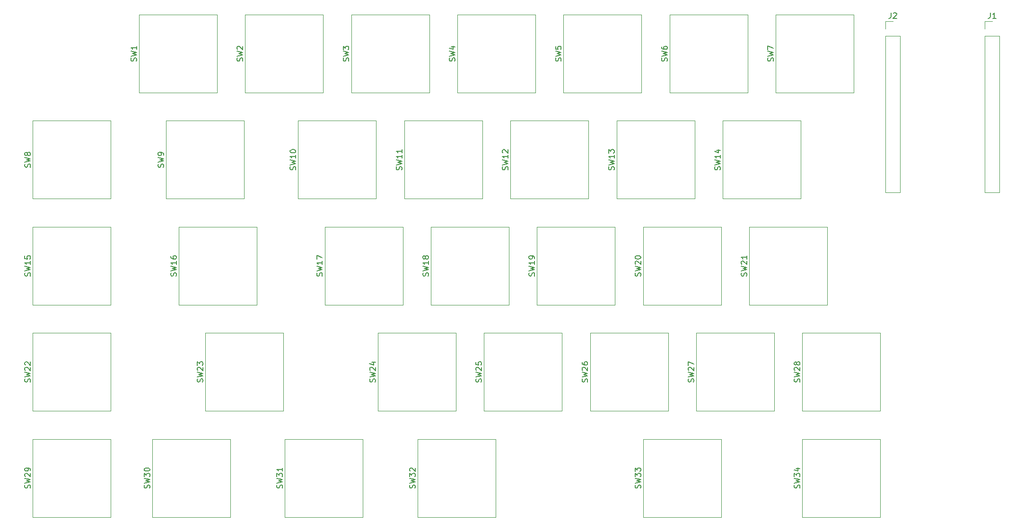
<source format=gbr>
%TF.GenerationSoftware,KiCad,Pcbnew,(6.0.4)*%
%TF.CreationDate,2022-03-31T08:58:10-07:00*%
%TF.ProjectId,hip-factor-3-l,6869702d-6661-4637-946f-722d332d6c2e,rev?*%
%TF.SameCoordinates,Original*%
%TF.FileFunction,Legend,Top*%
%TF.FilePolarity,Positive*%
%FSLAX46Y46*%
G04 Gerber Fmt 4.6, Leading zero omitted, Abs format (unit mm)*
G04 Created by KiCad (PCBNEW (6.0.4)) date 2022-03-31 08:58:10*
%MOMM*%
%LPD*%
G01*
G04 APERTURE LIST*
%ADD10C,0.150000*%
%ADD11C,0.120000*%
G04 APERTURE END LIST*
D10*
%TO.C,SW9*%
X57380761Y-60333333D02*
X57428380Y-60190476D01*
X57428380Y-59952380D01*
X57380761Y-59857142D01*
X57333142Y-59809523D01*
X57237904Y-59761904D01*
X57142666Y-59761904D01*
X57047428Y-59809523D01*
X56999809Y-59857142D01*
X56952190Y-59952380D01*
X56904571Y-60142857D01*
X56856952Y-60238095D01*
X56809333Y-60285714D01*
X56714095Y-60333333D01*
X56618857Y-60333333D01*
X56523619Y-60285714D01*
X56476000Y-60238095D01*
X56428380Y-60142857D01*
X56428380Y-59904761D01*
X56476000Y-59761904D01*
X56428380Y-59428571D02*
X57428380Y-59190476D01*
X56714095Y-59000000D01*
X57428380Y-58809523D01*
X56428380Y-58571428D01*
X57428380Y-58142857D02*
X57428380Y-57952380D01*
X57380761Y-57857142D01*
X57333142Y-57809523D01*
X57190285Y-57714285D01*
X56999809Y-57666666D01*
X56618857Y-57666666D01*
X56523619Y-57714285D01*
X56476000Y-57761904D01*
X56428380Y-57857142D01*
X56428380Y-58047619D01*
X56476000Y-58142857D01*
X56523619Y-58190476D01*
X56618857Y-58238095D01*
X56856952Y-58238095D01*
X56952190Y-58190476D01*
X56999809Y-58142857D01*
X57047428Y-58047619D01*
X57047428Y-57857142D01*
X56999809Y-57761904D01*
X56952190Y-57714285D01*
X56856952Y-57666666D01*
%TO.C,SW25*%
X114280761Y-98809523D02*
X114328380Y-98666666D01*
X114328380Y-98428571D01*
X114280761Y-98333333D01*
X114233142Y-98285714D01*
X114137904Y-98238095D01*
X114042666Y-98238095D01*
X113947428Y-98285714D01*
X113899809Y-98333333D01*
X113852190Y-98428571D01*
X113804571Y-98619047D01*
X113756952Y-98714285D01*
X113709333Y-98761904D01*
X113614095Y-98809523D01*
X113518857Y-98809523D01*
X113423619Y-98761904D01*
X113376000Y-98714285D01*
X113328380Y-98619047D01*
X113328380Y-98380952D01*
X113376000Y-98238095D01*
X113328380Y-97904761D02*
X114328380Y-97666666D01*
X113614095Y-97476190D01*
X114328380Y-97285714D01*
X113328380Y-97047619D01*
X113423619Y-96714285D02*
X113376000Y-96666666D01*
X113328380Y-96571428D01*
X113328380Y-96333333D01*
X113376000Y-96238095D01*
X113423619Y-96190476D01*
X113518857Y-96142857D01*
X113614095Y-96142857D01*
X113756952Y-96190476D01*
X114328380Y-96761904D01*
X114328380Y-96142857D01*
X113328380Y-95238095D02*
X113328380Y-95714285D01*
X113804571Y-95761904D01*
X113756952Y-95714285D01*
X113709333Y-95619047D01*
X113709333Y-95380952D01*
X113756952Y-95285714D01*
X113804571Y-95238095D01*
X113899809Y-95190476D01*
X114137904Y-95190476D01*
X114233142Y-95238095D01*
X114280761Y-95285714D01*
X114328380Y-95380952D01*
X114328380Y-95619047D01*
X114280761Y-95714285D01*
X114233142Y-95761904D01*
%TO.C,SW10*%
X81030761Y-60809523D02*
X81078380Y-60666666D01*
X81078380Y-60428571D01*
X81030761Y-60333333D01*
X80983142Y-60285714D01*
X80887904Y-60238095D01*
X80792666Y-60238095D01*
X80697428Y-60285714D01*
X80649809Y-60333333D01*
X80602190Y-60428571D01*
X80554571Y-60619047D01*
X80506952Y-60714285D01*
X80459333Y-60761904D01*
X80364095Y-60809523D01*
X80268857Y-60809523D01*
X80173619Y-60761904D01*
X80126000Y-60714285D01*
X80078380Y-60619047D01*
X80078380Y-60380952D01*
X80126000Y-60238095D01*
X80078380Y-59904761D02*
X81078380Y-59666666D01*
X80364095Y-59476190D01*
X81078380Y-59285714D01*
X80078380Y-59047619D01*
X81078380Y-58142857D02*
X81078380Y-58714285D01*
X81078380Y-58428571D02*
X80078380Y-58428571D01*
X80221238Y-58523809D01*
X80316476Y-58619047D01*
X80364095Y-58714285D01*
X80078380Y-57523809D02*
X80078380Y-57428571D01*
X80126000Y-57333333D01*
X80173619Y-57285714D01*
X80268857Y-57238095D01*
X80459333Y-57190476D01*
X80697428Y-57190476D01*
X80887904Y-57238095D01*
X80983142Y-57285714D01*
X81030761Y-57333333D01*
X81078380Y-57428571D01*
X81078380Y-57523809D01*
X81030761Y-57619047D01*
X80983142Y-57666666D01*
X80887904Y-57714285D01*
X80697428Y-57761904D01*
X80459333Y-57761904D01*
X80268857Y-57714285D01*
X80173619Y-57666666D01*
X80126000Y-57619047D01*
X80078380Y-57523809D01*
%TO.C,SW13*%
X138030761Y-60809523D02*
X138078380Y-60666666D01*
X138078380Y-60428571D01*
X138030761Y-60333333D01*
X137983142Y-60285714D01*
X137887904Y-60238095D01*
X137792666Y-60238095D01*
X137697428Y-60285714D01*
X137649809Y-60333333D01*
X137602190Y-60428571D01*
X137554571Y-60619047D01*
X137506952Y-60714285D01*
X137459333Y-60761904D01*
X137364095Y-60809523D01*
X137268857Y-60809523D01*
X137173619Y-60761904D01*
X137126000Y-60714285D01*
X137078380Y-60619047D01*
X137078380Y-60380952D01*
X137126000Y-60238095D01*
X137078380Y-59904761D02*
X138078380Y-59666666D01*
X137364095Y-59476190D01*
X138078380Y-59285714D01*
X137078380Y-59047619D01*
X138078380Y-58142857D02*
X138078380Y-58714285D01*
X138078380Y-58428571D02*
X137078380Y-58428571D01*
X137221238Y-58523809D01*
X137316476Y-58619047D01*
X137364095Y-58714285D01*
X137078380Y-57809523D02*
X137078380Y-57190476D01*
X137459333Y-57523809D01*
X137459333Y-57380952D01*
X137506952Y-57285714D01*
X137554571Y-57238095D01*
X137649809Y-57190476D01*
X137887904Y-57190476D01*
X137983142Y-57238095D01*
X138030761Y-57285714D01*
X138078380Y-57380952D01*
X138078380Y-57666666D01*
X138030761Y-57761904D01*
X137983142Y-57809523D01*
%TO.C,SW5*%
X128530761Y-41333333D02*
X128578380Y-41190476D01*
X128578380Y-40952380D01*
X128530761Y-40857142D01*
X128483142Y-40809523D01*
X128387904Y-40761904D01*
X128292666Y-40761904D01*
X128197428Y-40809523D01*
X128149809Y-40857142D01*
X128102190Y-40952380D01*
X128054571Y-41142857D01*
X128006952Y-41238095D01*
X127959333Y-41285714D01*
X127864095Y-41333333D01*
X127768857Y-41333333D01*
X127673619Y-41285714D01*
X127626000Y-41238095D01*
X127578380Y-41142857D01*
X127578380Y-40904761D01*
X127626000Y-40761904D01*
X127578380Y-40428571D02*
X128578380Y-40190476D01*
X127864095Y-40000000D01*
X128578380Y-39809523D01*
X127578380Y-39571428D01*
X127578380Y-38714285D02*
X127578380Y-39190476D01*
X128054571Y-39238095D01*
X128006952Y-39190476D01*
X127959333Y-39095238D01*
X127959333Y-38857142D01*
X128006952Y-38761904D01*
X128054571Y-38714285D01*
X128149809Y-38666666D01*
X128387904Y-38666666D01*
X128483142Y-38714285D01*
X128530761Y-38761904D01*
X128578380Y-38857142D01*
X128578380Y-39095238D01*
X128530761Y-39190476D01*
X128483142Y-39238095D01*
%TO.C,SW34*%
X171280761Y-117809523D02*
X171328380Y-117666666D01*
X171328380Y-117428571D01*
X171280761Y-117333333D01*
X171233142Y-117285714D01*
X171137904Y-117238095D01*
X171042666Y-117238095D01*
X170947428Y-117285714D01*
X170899809Y-117333333D01*
X170852190Y-117428571D01*
X170804571Y-117619047D01*
X170756952Y-117714285D01*
X170709333Y-117761904D01*
X170614095Y-117809523D01*
X170518857Y-117809523D01*
X170423619Y-117761904D01*
X170376000Y-117714285D01*
X170328380Y-117619047D01*
X170328380Y-117380952D01*
X170376000Y-117238095D01*
X170328380Y-116904761D02*
X171328380Y-116666666D01*
X170614095Y-116476190D01*
X171328380Y-116285714D01*
X170328380Y-116047619D01*
X170328380Y-115761904D02*
X170328380Y-115142857D01*
X170709333Y-115476190D01*
X170709333Y-115333333D01*
X170756952Y-115238095D01*
X170804571Y-115190476D01*
X170899809Y-115142857D01*
X171137904Y-115142857D01*
X171233142Y-115190476D01*
X171280761Y-115238095D01*
X171328380Y-115333333D01*
X171328380Y-115619047D01*
X171280761Y-115714285D01*
X171233142Y-115761904D01*
X170661714Y-114285714D02*
X171328380Y-114285714D01*
X170280761Y-114523809D02*
X170995047Y-114761904D01*
X170995047Y-114142857D01*
%TO.C,SW8*%
X33530761Y-60333333D02*
X33578380Y-60190476D01*
X33578380Y-59952380D01*
X33530761Y-59857142D01*
X33483142Y-59809523D01*
X33387904Y-59761904D01*
X33292666Y-59761904D01*
X33197428Y-59809523D01*
X33149809Y-59857142D01*
X33102190Y-59952380D01*
X33054571Y-60142857D01*
X33006952Y-60238095D01*
X32959333Y-60285714D01*
X32864095Y-60333333D01*
X32768857Y-60333333D01*
X32673619Y-60285714D01*
X32626000Y-60238095D01*
X32578380Y-60142857D01*
X32578380Y-59904761D01*
X32626000Y-59761904D01*
X32578380Y-59428571D02*
X33578380Y-59190476D01*
X32864095Y-59000000D01*
X33578380Y-58809523D01*
X32578380Y-58571428D01*
X33006952Y-58047619D02*
X32959333Y-58142857D01*
X32911714Y-58190476D01*
X32816476Y-58238095D01*
X32768857Y-58238095D01*
X32673619Y-58190476D01*
X32626000Y-58142857D01*
X32578380Y-58047619D01*
X32578380Y-57857142D01*
X32626000Y-57761904D01*
X32673619Y-57714285D01*
X32768857Y-57666666D01*
X32816476Y-57666666D01*
X32911714Y-57714285D01*
X32959333Y-57761904D01*
X33006952Y-57857142D01*
X33006952Y-58047619D01*
X33054571Y-58142857D01*
X33102190Y-58190476D01*
X33197428Y-58238095D01*
X33387904Y-58238095D01*
X33483142Y-58190476D01*
X33530761Y-58142857D01*
X33578380Y-58047619D01*
X33578380Y-57857142D01*
X33530761Y-57761904D01*
X33483142Y-57714285D01*
X33387904Y-57666666D01*
X33197428Y-57666666D01*
X33102190Y-57714285D01*
X33054571Y-57761904D01*
X33006952Y-57857142D01*
%TO.C,SW18*%
X104780761Y-79809523D02*
X104828380Y-79666666D01*
X104828380Y-79428571D01*
X104780761Y-79333333D01*
X104733142Y-79285714D01*
X104637904Y-79238095D01*
X104542666Y-79238095D01*
X104447428Y-79285714D01*
X104399809Y-79333333D01*
X104352190Y-79428571D01*
X104304571Y-79619047D01*
X104256952Y-79714285D01*
X104209333Y-79761904D01*
X104114095Y-79809523D01*
X104018857Y-79809523D01*
X103923619Y-79761904D01*
X103876000Y-79714285D01*
X103828380Y-79619047D01*
X103828380Y-79380952D01*
X103876000Y-79238095D01*
X103828380Y-78904761D02*
X104828380Y-78666666D01*
X104114095Y-78476190D01*
X104828380Y-78285714D01*
X103828380Y-78047619D01*
X104828380Y-77142857D02*
X104828380Y-77714285D01*
X104828380Y-77428571D02*
X103828380Y-77428571D01*
X103971238Y-77523809D01*
X104066476Y-77619047D01*
X104114095Y-77714285D01*
X104256952Y-76571428D02*
X104209333Y-76666666D01*
X104161714Y-76714285D01*
X104066476Y-76761904D01*
X104018857Y-76761904D01*
X103923619Y-76714285D01*
X103876000Y-76666666D01*
X103828380Y-76571428D01*
X103828380Y-76380952D01*
X103876000Y-76285714D01*
X103923619Y-76238095D01*
X104018857Y-76190476D01*
X104066476Y-76190476D01*
X104161714Y-76238095D01*
X104209333Y-76285714D01*
X104256952Y-76380952D01*
X104256952Y-76571428D01*
X104304571Y-76666666D01*
X104352190Y-76714285D01*
X104447428Y-76761904D01*
X104637904Y-76761904D01*
X104733142Y-76714285D01*
X104780761Y-76666666D01*
X104828380Y-76571428D01*
X104828380Y-76380952D01*
X104780761Y-76285714D01*
X104733142Y-76238095D01*
X104637904Y-76190476D01*
X104447428Y-76190476D01*
X104352190Y-76238095D01*
X104304571Y-76285714D01*
X104256952Y-76380952D01*
%TO.C,SW32*%
X102405761Y-117809523D02*
X102453380Y-117666666D01*
X102453380Y-117428571D01*
X102405761Y-117333333D01*
X102358142Y-117285714D01*
X102262904Y-117238095D01*
X102167666Y-117238095D01*
X102072428Y-117285714D01*
X102024809Y-117333333D01*
X101977190Y-117428571D01*
X101929571Y-117619047D01*
X101881952Y-117714285D01*
X101834333Y-117761904D01*
X101739095Y-117809523D01*
X101643857Y-117809523D01*
X101548619Y-117761904D01*
X101501000Y-117714285D01*
X101453380Y-117619047D01*
X101453380Y-117380952D01*
X101501000Y-117238095D01*
X101453380Y-116904761D02*
X102453380Y-116666666D01*
X101739095Y-116476190D01*
X102453380Y-116285714D01*
X101453380Y-116047619D01*
X101453380Y-115761904D02*
X101453380Y-115142857D01*
X101834333Y-115476190D01*
X101834333Y-115333333D01*
X101881952Y-115238095D01*
X101929571Y-115190476D01*
X102024809Y-115142857D01*
X102262904Y-115142857D01*
X102358142Y-115190476D01*
X102405761Y-115238095D01*
X102453380Y-115333333D01*
X102453380Y-115619047D01*
X102405761Y-115714285D01*
X102358142Y-115761904D01*
X101548619Y-114761904D02*
X101501000Y-114714285D01*
X101453380Y-114619047D01*
X101453380Y-114380952D01*
X101501000Y-114285714D01*
X101548619Y-114238095D01*
X101643857Y-114190476D01*
X101739095Y-114190476D01*
X101881952Y-114238095D01*
X102453380Y-114809523D01*
X102453380Y-114190476D01*
%TO.C,SW27*%
X152280761Y-98809523D02*
X152328380Y-98666666D01*
X152328380Y-98428571D01*
X152280761Y-98333333D01*
X152233142Y-98285714D01*
X152137904Y-98238095D01*
X152042666Y-98238095D01*
X151947428Y-98285714D01*
X151899809Y-98333333D01*
X151852190Y-98428571D01*
X151804571Y-98619047D01*
X151756952Y-98714285D01*
X151709333Y-98761904D01*
X151614095Y-98809523D01*
X151518857Y-98809523D01*
X151423619Y-98761904D01*
X151376000Y-98714285D01*
X151328380Y-98619047D01*
X151328380Y-98380952D01*
X151376000Y-98238095D01*
X151328380Y-97904761D02*
X152328380Y-97666666D01*
X151614095Y-97476190D01*
X152328380Y-97285714D01*
X151328380Y-97047619D01*
X151423619Y-96714285D02*
X151376000Y-96666666D01*
X151328380Y-96571428D01*
X151328380Y-96333333D01*
X151376000Y-96238095D01*
X151423619Y-96190476D01*
X151518857Y-96142857D01*
X151614095Y-96142857D01*
X151756952Y-96190476D01*
X152328380Y-96761904D01*
X152328380Y-96142857D01*
X151328380Y-95809523D02*
X151328380Y-95142857D01*
X152328380Y-95571428D01*
%TO.C,SW1*%
X52530761Y-41333333D02*
X52578380Y-41190476D01*
X52578380Y-40952380D01*
X52530761Y-40857142D01*
X52483142Y-40809523D01*
X52387904Y-40761904D01*
X52292666Y-40761904D01*
X52197428Y-40809523D01*
X52149809Y-40857142D01*
X52102190Y-40952380D01*
X52054571Y-41142857D01*
X52006952Y-41238095D01*
X51959333Y-41285714D01*
X51864095Y-41333333D01*
X51768857Y-41333333D01*
X51673619Y-41285714D01*
X51626000Y-41238095D01*
X51578380Y-41142857D01*
X51578380Y-40904761D01*
X51626000Y-40761904D01*
X51578380Y-40428571D02*
X52578380Y-40190476D01*
X51864095Y-40000000D01*
X52578380Y-39809523D01*
X51578380Y-39571428D01*
X52578380Y-38666666D02*
X52578380Y-39238095D01*
X52578380Y-38952380D02*
X51578380Y-38952380D01*
X51721238Y-39047619D01*
X51816476Y-39142857D01*
X51864095Y-39238095D01*
%TO.C,SW21*%
X161780761Y-79809523D02*
X161828380Y-79666666D01*
X161828380Y-79428571D01*
X161780761Y-79333333D01*
X161733142Y-79285714D01*
X161637904Y-79238095D01*
X161542666Y-79238095D01*
X161447428Y-79285714D01*
X161399809Y-79333333D01*
X161352190Y-79428571D01*
X161304571Y-79619047D01*
X161256952Y-79714285D01*
X161209333Y-79761904D01*
X161114095Y-79809523D01*
X161018857Y-79809523D01*
X160923619Y-79761904D01*
X160876000Y-79714285D01*
X160828380Y-79619047D01*
X160828380Y-79380952D01*
X160876000Y-79238095D01*
X160828380Y-78904761D02*
X161828380Y-78666666D01*
X161114095Y-78476190D01*
X161828380Y-78285714D01*
X160828380Y-78047619D01*
X160923619Y-77714285D02*
X160876000Y-77666666D01*
X160828380Y-77571428D01*
X160828380Y-77333333D01*
X160876000Y-77238095D01*
X160923619Y-77190476D01*
X161018857Y-77142857D01*
X161114095Y-77142857D01*
X161256952Y-77190476D01*
X161828380Y-77761904D01*
X161828380Y-77142857D01*
X161828380Y-76190476D02*
X161828380Y-76761904D01*
X161828380Y-76476190D02*
X160828380Y-76476190D01*
X160971238Y-76571428D01*
X161066476Y-76666666D01*
X161114095Y-76761904D01*
%TO.C,SW17*%
X85780761Y-79809523D02*
X85828380Y-79666666D01*
X85828380Y-79428571D01*
X85780761Y-79333333D01*
X85733142Y-79285714D01*
X85637904Y-79238095D01*
X85542666Y-79238095D01*
X85447428Y-79285714D01*
X85399809Y-79333333D01*
X85352190Y-79428571D01*
X85304571Y-79619047D01*
X85256952Y-79714285D01*
X85209333Y-79761904D01*
X85114095Y-79809523D01*
X85018857Y-79809523D01*
X84923619Y-79761904D01*
X84876000Y-79714285D01*
X84828380Y-79619047D01*
X84828380Y-79380952D01*
X84876000Y-79238095D01*
X84828380Y-78904761D02*
X85828380Y-78666666D01*
X85114095Y-78476190D01*
X85828380Y-78285714D01*
X84828380Y-78047619D01*
X85828380Y-77142857D02*
X85828380Y-77714285D01*
X85828380Y-77428571D02*
X84828380Y-77428571D01*
X84971238Y-77523809D01*
X85066476Y-77619047D01*
X85114095Y-77714285D01*
X84828380Y-76809523D02*
X84828380Y-76142857D01*
X85828380Y-76571428D01*
%TO.C,SW14*%
X157030761Y-60809523D02*
X157078380Y-60666666D01*
X157078380Y-60428571D01*
X157030761Y-60333333D01*
X156983142Y-60285714D01*
X156887904Y-60238095D01*
X156792666Y-60238095D01*
X156697428Y-60285714D01*
X156649809Y-60333333D01*
X156602190Y-60428571D01*
X156554571Y-60619047D01*
X156506952Y-60714285D01*
X156459333Y-60761904D01*
X156364095Y-60809523D01*
X156268857Y-60809523D01*
X156173619Y-60761904D01*
X156126000Y-60714285D01*
X156078380Y-60619047D01*
X156078380Y-60380952D01*
X156126000Y-60238095D01*
X156078380Y-59904761D02*
X157078380Y-59666666D01*
X156364095Y-59476190D01*
X157078380Y-59285714D01*
X156078380Y-59047619D01*
X157078380Y-58142857D02*
X157078380Y-58714285D01*
X157078380Y-58428571D02*
X156078380Y-58428571D01*
X156221238Y-58523809D01*
X156316476Y-58619047D01*
X156364095Y-58714285D01*
X156411714Y-57285714D02*
X157078380Y-57285714D01*
X156030761Y-57523809D02*
X156745047Y-57761904D01*
X156745047Y-57142857D01*
%TO.C,J1*%
X205406666Y-32682380D02*
X205406666Y-33396666D01*
X205359047Y-33539523D01*
X205263809Y-33634761D01*
X205120952Y-33682380D01*
X205025714Y-33682380D01*
X206406666Y-33682380D02*
X205835238Y-33682380D01*
X206120952Y-33682380D02*
X206120952Y-32682380D01*
X206025714Y-32825238D01*
X205930476Y-32920476D01*
X205835238Y-32968095D01*
%TO.C,SW29*%
X33530761Y-117809523D02*
X33578380Y-117666666D01*
X33578380Y-117428571D01*
X33530761Y-117333333D01*
X33483142Y-117285714D01*
X33387904Y-117238095D01*
X33292666Y-117238095D01*
X33197428Y-117285714D01*
X33149809Y-117333333D01*
X33102190Y-117428571D01*
X33054571Y-117619047D01*
X33006952Y-117714285D01*
X32959333Y-117761904D01*
X32864095Y-117809523D01*
X32768857Y-117809523D01*
X32673619Y-117761904D01*
X32626000Y-117714285D01*
X32578380Y-117619047D01*
X32578380Y-117380952D01*
X32626000Y-117238095D01*
X32578380Y-116904761D02*
X33578380Y-116666666D01*
X32864095Y-116476190D01*
X33578380Y-116285714D01*
X32578380Y-116047619D01*
X32673619Y-115714285D02*
X32626000Y-115666666D01*
X32578380Y-115571428D01*
X32578380Y-115333333D01*
X32626000Y-115238095D01*
X32673619Y-115190476D01*
X32768857Y-115142857D01*
X32864095Y-115142857D01*
X33006952Y-115190476D01*
X33578380Y-115761904D01*
X33578380Y-115142857D01*
X33578380Y-114666666D02*
X33578380Y-114476190D01*
X33530761Y-114380952D01*
X33483142Y-114333333D01*
X33340285Y-114238095D01*
X33149809Y-114190476D01*
X32768857Y-114190476D01*
X32673619Y-114238095D01*
X32626000Y-114285714D01*
X32578380Y-114380952D01*
X32578380Y-114571428D01*
X32626000Y-114666666D01*
X32673619Y-114714285D01*
X32768857Y-114761904D01*
X33006952Y-114761904D01*
X33102190Y-114714285D01*
X33149809Y-114666666D01*
X33197428Y-114571428D01*
X33197428Y-114380952D01*
X33149809Y-114285714D01*
X33102190Y-114238095D01*
X33006952Y-114190476D01*
%TO.C,SW31*%
X78655761Y-117809523D02*
X78703380Y-117666666D01*
X78703380Y-117428571D01*
X78655761Y-117333333D01*
X78608142Y-117285714D01*
X78512904Y-117238095D01*
X78417666Y-117238095D01*
X78322428Y-117285714D01*
X78274809Y-117333333D01*
X78227190Y-117428571D01*
X78179571Y-117619047D01*
X78131952Y-117714285D01*
X78084333Y-117761904D01*
X77989095Y-117809523D01*
X77893857Y-117809523D01*
X77798619Y-117761904D01*
X77751000Y-117714285D01*
X77703380Y-117619047D01*
X77703380Y-117380952D01*
X77751000Y-117238095D01*
X77703380Y-116904761D02*
X78703380Y-116666666D01*
X77989095Y-116476190D01*
X78703380Y-116285714D01*
X77703380Y-116047619D01*
X77703380Y-115761904D02*
X77703380Y-115142857D01*
X78084333Y-115476190D01*
X78084333Y-115333333D01*
X78131952Y-115238095D01*
X78179571Y-115190476D01*
X78274809Y-115142857D01*
X78512904Y-115142857D01*
X78608142Y-115190476D01*
X78655761Y-115238095D01*
X78703380Y-115333333D01*
X78703380Y-115619047D01*
X78655761Y-115714285D01*
X78608142Y-115761904D01*
X78703380Y-114190476D02*
X78703380Y-114761904D01*
X78703380Y-114476190D02*
X77703380Y-114476190D01*
X77846238Y-114571428D01*
X77941476Y-114666666D01*
X77989095Y-114761904D01*
%TO.C,SW23*%
X64405761Y-98809523D02*
X64453380Y-98666666D01*
X64453380Y-98428571D01*
X64405761Y-98333333D01*
X64358142Y-98285714D01*
X64262904Y-98238095D01*
X64167666Y-98238095D01*
X64072428Y-98285714D01*
X64024809Y-98333333D01*
X63977190Y-98428571D01*
X63929571Y-98619047D01*
X63881952Y-98714285D01*
X63834333Y-98761904D01*
X63739095Y-98809523D01*
X63643857Y-98809523D01*
X63548619Y-98761904D01*
X63501000Y-98714285D01*
X63453380Y-98619047D01*
X63453380Y-98380952D01*
X63501000Y-98238095D01*
X63453380Y-97904761D02*
X64453380Y-97666666D01*
X63739095Y-97476190D01*
X64453380Y-97285714D01*
X63453380Y-97047619D01*
X63548619Y-96714285D02*
X63501000Y-96666666D01*
X63453380Y-96571428D01*
X63453380Y-96333333D01*
X63501000Y-96238095D01*
X63548619Y-96190476D01*
X63643857Y-96142857D01*
X63739095Y-96142857D01*
X63881952Y-96190476D01*
X64453380Y-96761904D01*
X64453380Y-96142857D01*
X63453380Y-95809523D02*
X63453380Y-95190476D01*
X63834333Y-95523809D01*
X63834333Y-95380952D01*
X63881952Y-95285714D01*
X63929571Y-95238095D01*
X64024809Y-95190476D01*
X64262904Y-95190476D01*
X64358142Y-95238095D01*
X64405761Y-95285714D01*
X64453380Y-95380952D01*
X64453380Y-95666666D01*
X64405761Y-95761904D01*
X64358142Y-95809523D01*
%TO.C,SW12*%
X119030761Y-60809523D02*
X119078380Y-60666666D01*
X119078380Y-60428571D01*
X119030761Y-60333333D01*
X118983142Y-60285714D01*
X118887904Y-60238095D01*
X118792666Y-60238095D01*
X118697428Y-60285714D01*
X118649809Y-60333333D01*
X118602190Y-60428571D01*
X118554571Y-60619047D01*
X118506952Y-60714285D01*
X118459333Y-60761904D01*
X118364095Y-60809523D01*
X118268857Y-60809523D01*
X118173619Y-60761904D01*
X118126000Y-60714285D01*
X118078380Y-60619047D01*
X118078380Y-60380952D01*
X118126000Y-60238095D01*
X118078380Y-59904761D02*
X119078380Y-59666666D01*
X118364095Y-59476190D01*
X119078380Y-59285714D01*
X118078380Y-59047619D01*
X119078380Y-58142857D02*
X119078380Y-58714285D01*
X119078380Y-58428571D02*
X118078380Y-58428571D01*
X118221238Y-58523809D01*
X118316476Y-58619047D01*
X118364095Y-58714285D01*
X118173619Y-57761904D02*
X118126000Y-57714285D01*
X118078380Y-57619047D01*
X118078380Y-57380952D01*
X118126000Y-57285714D01*
X118173619Y-57238095D01*
X118268857Y-57190476D01*
X118364095Y-57190476D01*
X118506952Y-57238095D01*
X119078380Y-57809523D01*
X119078380Y-57190476D01*
%TO.C,SW19*%
X123780761Y-79809523D02*
X123828380Y-79666666D01*
X123828380Y-79428571D01*
X123780761Y-79333333D01*
X123733142Y-79285714D01*
X123637904Y-79238095D01*
X123542666Y-79238095D01*
X123447428Y-79285714D01*
X123399809Y-79333333D01*
X123352190Y-79428571D01*
X123304571Y-79619047D01*
X123256952Y-79714285D01*
X123209333Y-79761904D01*
X123114095Y-79809523D01*
X123018857Y-79809523D01*
X122923619Y-79761904D01*
X122876000Y-79714285D01*
X122828380Y-79619047D01*
X122828380Y-79380952D01*
X122876000Y-79238095D01*
X122828380Y-78904761D02*
X123828380Y-78666666D01*
X123114095Y-78476190D01*
X123828380Y-78285714D01*
X122828380Y-78047619D01*
X123828380Y-77142857D02*
X123828380Y-77714285D01*
X123828380Y-77428571D02*
X122828380Y-77428571D01*
X122971238Y-77523809D01*
X123066476Y-77619047D01*
X123114095Y-77714285D01*
X123828380Y-76666666D02*
X123828380Y-76476190D01*
X123780761Y-76380952D01*
X123733142Y-76333333D01*
X123590285Y-76238095D01*
X123399809Y-76190476D01*
X123018857Y-76190476D01*
X122923619Y-76238095D01*
X122876000Y-76285714D01*
X122828380Y-76380952D01*
X122828380Y-76571428D01*
X122876000Y-76666666D01*
X122923619Y-76714285D01*
X123018857Y-76761904D01*
X123256952Y-76761904D01*
X123352190Y-76714285D01*
X123399809Y-76666666D01*
X123447428Y-76571428D01*
X123447428Y-76380952D01*
X123399809Y-76285714D01*
X123352190Y-76238095D01*
X123256952Y-76190476D01*
%TO.C,SW2*%
X71530761Y-41333333D02*
X71578380Y-41190476D01*
X71578380Y-40952380D01*
X71530761Y-40857142D01*
X71483142Y-40809523D01*
X71387904Y-40761904D01*
X71292666Y-40761904D01*
X71197428Y-40809523D01*
X71149809Y-40857142D01*
X71102190Y-40952380D01*
X71054571Y-41142857D01*
X71006952Y-41238095D01*
X70959333Y-41285714D01*
X70864095Y-41333333D01*
X70768857Y-41333333D01*
X70673619Y-41285714D01*
X70626000Y-41238095D01*
X70578380Y-41142857D01*
X70578380Y-40904761D01*
X70626000Y-40761904D01*
X70578380Y-40428571D02*
X71578380Y-40190476D01*
X70864095Y-40000000D01*
X71578380Y-39809523D01*
X70578380Y-39571428D01*
X70673619Y-39238095D02*
X70626000Y-39190476D01*
X70578380Y-39095238D01*
X70578380Y-38857142D01*
X70626000Y-38761904D01*
X70673619Y-38714285D01*
X70768857Y-38666666D01*
X70864095Y-38666666D01*
X71006952Y-38714285D01*
X71578380Y-39285714D01*
X71578380Y-38666666D01*
%TO.C,SW16*%
X59655761Y-79809523D02*
X59703380Y-79666666D01*
X59703380Y-79428571D01*
X59655761Y-79333333D01*
X59608142Y-79285714D01*
X59512904Y-79238095D01*
X59417666Y-79238095D01*
X59322428Y-79285714D01*
X59274809Y-79333333D01*
X59227190Y-79428571D01*
X59179571Y-79619047D01*
X59131952Y-79714285D01*
X59084333Y-79761904D01*
X58989095Y-79809523D01*
X58893857Y-79809523D01*
X58798619Y-79761904D01*
X58751000Y-79714285D01*
X58703380Y-79619047D01*
X58703380Y-79380952D01*
X58751000Y-79238095D01*
X58703380Y-78904761D02*
X59703380Y-78666666D01*
X58989095Y-78476190D01*
X59703380Y-78285714D01*
X58703380Y-78047619D01*
X59703380Y-77142857D02*
X59703380Y-77714285D01*
X59703380Y-77428571D02*
X58703380Y-77428571D01*
X58846238Y-77523809D01*
X58941476Y-77619047D01*
X58989095Y-77714285D01*
X58703380Y-76285714D02*
X58703380Y-76476190D01*
X58751000Y-76571428D01*
X58798619Y-76619047D01*
X58941476Y-76714285D01*
X59131952Y-76761904D01*
X59512904Y-76761904D01*
X59608142Y-76714285D01*
X59655761Y-76666666D01*
X59703380Y-76571428D01*
X59703380Y-76380952D01*
X59655761Y-76285714D01*
X59608142Y-76238095D01*
X59512904Y-76190476D01*
X59274809Y-76190476D01*
X59179571Y-76238095D01*
X59131952Y-76285714D01*
X59084333Y-76380952D01*
X59084333Y-76571428D01*
X59131952Y-76666666D01*
X59179571Y-76714285D01*
X59274809Y-76761904D01*
%TO.C,SW26*%
X133280761Y-98809523D02*
X133328380Y-98666666D01*
X133328380Y-98428571D01*
X133280761Y-98333333D01*
X133233142Y-98285714D01*
X133137904Y-98238095D01*
X133042666Y-98238095D01*
X132947428Y-98285714D01*
X132899809Y-98333333D01*
X132852190Y-98428571D01*
X132804571Y-98619047D01*
X132756952Y-98714285D01*
X132709333Y-98761904D01*
X132614095Y-98809523D01*
X132518857Y-98809523D01*
X132423619Y-98761904D01*
X132376000Y-98714285D01*
X132328380Y-98619047D01*
X132328380Y-98380952D01*
X132376000Y-98238095D01*
X132328380Y-97904761D02*
X133328380Y-97666666D01*
X132614095Y-97476190D01*
X133328380Y-97285714D01*
X132328380Y-97047619D01*
X132423619Y-96714285D02*
X132376000Y-96666666D01*
X132328380Y-96571428D01*
X132328380Y-96333333D01*
X132376000Y-96238095D01*
X132423619Y-96190476D01*
X132518857Y-96142857D01*
X132614095Y-96142857D01*
X132756952Y-96190476D01*
X133328380Y-96761904D01*
X133328380Y-96142857D01*
X132328380Y-95285714D02*
X132328380Y-95476190D01*
X132376000Y-95571428D01*
X132423619Y-95619047D01*
X132566476Y-95714285D01*
X132756952Y-95761904D01*
X133137904Y-95761904D01*
X133233142Y-95714285D01*
X133280761Y-95666666D01*
X133328380Y-95571428D01*
X133328380Y-95380952D01*
X133280761Y-95285714D01*
X133233142Y-95238095D01*
X133137904Y-95190476D01*
X132899809Y-95190476D01*
X132804571Y-95238095D01*
X132756952Y-95285714D01*
X132709333Y-95380952D01*
X132709333Y-95571428D01*
X132756952Y-95666666D01*
X132804571Y-95714285D01*
X132899809Y-95761904D01*
%TO.C,SW7*%
X166530761Y-41333333D02*
X166578380Y-41190476D01*
X166578380Y-40952380D01*
X166530761Y-40857142D01*
X166483142Y-40809523D01*
X166387904Y-40761904D01*
X166292666Y-40761904D01*
X166197428Y-40809523D01*
X166149809Y-40857142D01*
X166102190Y-40952380D01*
X166054571Y-41142857D01*
X166006952Y-41238095D01*
X165959333Y-41285714D01*
X165864095Y-41333333D01*
X165768857Y-41333333D01*
X165673619Y-41285714D01*
X165626000Y-41238095D01*
X165578380Y-41142857D01*
X165578380Y-40904761D01*
X165626000Y-40761904D01*
X165578380Y-40428571D02*
X166578380Y-40190476D01*
X165864095Y-40000000D01*
X166578380Y-39809523D01*
X165578380Y-39571428D01*
X165578380Y-39285714D02*
X165578380Y-38619047D01*
X166578380Y-39047619D01*
%TO.C,SW20*%
X142780761Y-79809523D02*
X142828380Y-79666666D01*
X142828380Y-79428571D01*
X142780761Y-79333333D01*
X142733142Y-79285714D01*
X142637904Y-79238095D01*
X142542666Y-79238095D01*
X142447428Y-79285714D01*
X142399809Y-79333333D01*
X142352190Y-79428571D01*
X142304571Y-79619047D01*
X142256952Y-79714285D01*
X142209333Y-79761904D01*
X142114095Y-79809523D01*
X142018857Y-79809523D01*
X141923619Y-79761904D01*
X141876000Y-79714285D01*
X141828380Y-79619047D01*
X141828380Y-79380952D01*
X141876000Y-79238095D01*
X141828380Y-78904761D02*
X142828380Y-78666666D01*
X142114095Y-78476190D01*
X142828380Y-78285714D01*
X141828380Y-78047619D01*
X141923619Y-77714285D02*
X141876000Y-77666666D01*
X141828380Y-77571428D01*
X141828380Y-77333333D01*
X141876000Y-77238095D01*
X141923619Y-77190476D01*
X142018857Y-77142857D01*
X142114095Y-77142857D01*
X142256952Y-77190476D01*
X142828380Y-77761904D01*
X142828380Y-77142857D01*
X141828380Y-76523809D02*
X141828380Y-76428571D01*
X141876000Y-76333333D01*
X141923619Y-76285714D01*
X142018857Y-76238095D01*
X142209333Y-76190476D01*
X142447428Y-76190476D01*
X142637904Y-76238095D01*
X142733142Y-76285714D01*
X142780761Y-76333333D01*
X142828380Y-76428571D01*
X142828380Y-76523809D01*
X142780761Y-76619047D01*
X142733142Y-76666666D01*
X142637904Y-76714285D01*
X142447428Y-76761904D01*
X142209333Y-76761904D01*
X142018857Y-76714285D01*
X141923619Y-76666666D01*
X141876000Y-76619047D01*
X141828380Y-76523809D01*
%TO.C,SW4*%
X109530761Y-41333333D02*
X109578380Y-41190476D01*
X109578380Y-40952380D01*
X109530761Y-40857142D01*
X109483142Y-40809523D01*
X109387904Y-40761904D01*
X109292666Y-40761904D01*
X109197428Y-40809523D01*
X109149809Y-40857142D01*
X109102190Y-40952380D01*
X109054571Y-41142857D01*
X109006952Y-41238095D01*
X108959333Y-41285714D01*
X108864095Y-41333333D01*
X108768857Y-41333333D01*
X108673619Y-41285714D01*
X108626000Y-41238095D01*
X108578380Y-41142857D01*
X108578380Y-40904761D01*
X108626000Y-40761904D01*
X108578380Y-40428571D02*
X109578380Y-40190476D01*
X108864095Y-40000000D01*
X109578380Y-39809523D01*
X108578380Y-39571428D01*
X108911714Y-38761904D02*
X109578380Y-38761904D01*
X108530761Y-39000000D02*
X109245047Y-39238095D01*
X109245047Y-38619047D01*
%TO.C,SW11*%
X100030761Y-60809523D02*
X100078380Y-60666666D01*
X100078380Y-60428571D01*
X100030761Y-60333333D01*
X99983142Y-60285714D01*
X99887904Y-60238095D01*
X99792666Y-60238095D01*
X99697428Y-60285714D01*
X99649809Y-60333333D01*
X99602190Y-60428571D01*
X99554571Y-60619047D01*
X99506952Y-60714285D01*
X99459333Y-60761904D01*
X99364095Y-60809523D01*
X99268857Y-60809523D01*
X99173619Y-60761904D01*
X99126000Y-60714285D01*
X99078380Y-60619047D01*
X99078380Y-60380952D01*
X99126000Y-60238095D01*
X99078380Y-59904761D02*
X100078380Y-59666666D01*
X99364095Y-59476190D01*
X100078380Y-59285714D01*
X99078380Y-59047619D01*
X100078380Y-58142857D02*
X100078380Y-58714285D01*
X100078380Y-58428571D02*
X99078380Y-58428571D01*
X99221238Y-58523809D01*
X99316476Y-58619047D01*
X99364095Y-58714285D01*
X100078380Y-57190476D02*
X100078380Y-57761904D01*
X100078380Y-57476190D02*
X99078380Y-57476190D01*
X99221238Y-57571428D01*
X99316476Y-57666666D01*
X99364095Y-57761904D01*
%TO.C,SW33*%
X142780761Y-117809523D02*
X142828380Y-117666666D01*
X142828380Y-117428571D01*
X142780761Y-117333333D01*
X142733142Y-117285714D01*
X142637904Y-117238095D01*
X142542666Y-117238095D01*
X142447428Y-117285714D01*
X142399809Y-117333333D01*
X142352190Y-117428571D01*
X142304571Y-117619047D01*
X142256952Y-117714285D01*
X142209333Y-117761904D01*
X142114095Y-117809523D01*
X142018857Y-117809523D01*
X141923619Y-117761904D01*
X141876000Y-117714285D01*
X141828380Y-117619047D01*
X141828380Y-117380952D01*
X141876000Y-117238095D01*
X141828380Y-116904761D02*
X142828380Y-116666666D01*
X142114095Y-116476190D01*
X142828380Y-116285714D01*
X141828380Y-116047619D01*
X141828380Y-115761904D02*
X141828380Y-115142857D01*
X142209333Y-115476190D01*
X142209333Y-115333333D01*
X142256952Y-115238095D01*
X142304571Y-115190476D01*
X142399809Y-115142857D01*
X142637904Y-115142857D01*
X142733142Y-115190476D01*
X142780761Y-115238095D01*
X142828380Y-115333333D01*
X142828380Y-115619047D01*
X142780761Y-115714285D01*
X142733142Y-115761904D01*
X141828380Y-114809523D02*
X141828380Y-114190476D01*
X142209333Y-114523809D01*
X142209333Y-114380952D01*
X142256952Y-114285714D01*
X142304571Y-114238095D01*
X142399809Y-114190476D01*
X142637904Y-114190476D01*
X142733142Y-114238095D01*
X142780761Y-114285714D01*
X142828380Y-114380952D01*
X142828380Y-114666666D01*
X142780761Y-114761904D01*
X142733142Y-114809523D01*
%TO.C,SW3*%
X90530761Y-41333333D02*
X90578380Y-41190476D01*
X90578380Y-40952380D01*
X90530761Y-40857142D01*
X90483142Y-40809523D01*
X90387904Y-40761904D01*
X90292666Y-40761904D01*
X90197428Y-40809523D01*
X90149809Y-40857142D01*
X90102190Y-40952380D01*
X90054571Y-41142857D01*
X90006952Y-41238095D01*
X89959333Y-41285714D01*
X89864095Y-41333333D01*
X89768857Y-41333333D01*
X89673619Y-41285714D01*
X89626000Y-41238095D01*
X89578380Y-41142857D01*
X89578380Y-40904761D01*
X89626000Y-40761904D01*
X89578380Y-40428571D02*
X90578380Y-40190476D01*
X89864095Y-40000000D01*
X90578380Y-39809523D01*
X89578380Y-39571428D01*
X89578380Y-39285714D02*
X89578380Y-38666666D01*
X89959333Y-39000000D01*
X89959333Y-38857142D01*
X90006952Y-38761904D01*
X90054571Y-38714285D01*
X90149809Y-38666666D01*
X90387904Y-38666666D01*
X90483142Y-38714285D01*
X90530761Y-38761904D01*
X90578380Y-38857142D01*
X90578380Y-39142857D01*
X90530761Y-39238095D01*
X90483142Y-39285714D01*
%TO.C,SW28*%
X171280761Y-98809523D02*
X171328380Y-98666666D01*
X171328380Y-98428571D01*
X171280761Y-98333333D01*
X171233142Y-98285714D01*
X171137904Y-98238095D01*
X171042666Y-98238095D01*
X170947428Y-98285714D01*
X170899809Y-98333333D01*
X170852190Y-98428571D01*
X170804571Y-98619047D01*
X170756952Y-98714285D01*
X170709333Y-98761904D01*
X170614095Y-98809523D01*
X170518857Y-98809523D01*
X170423619Y-98761904D01*
X170376000Y-98714285D01*
X170328380Y-98619047D01*
X170328380Y-98380952D01*
X170376000Y-98238095D01*
X170328380Y-97904761D02*
X171328380Y-97666666D01*
X170614095Y-97476190D01*
X171328380Y-97285714D01*
X170328380Y-97047619D01*
X170423619Y-96714285D02*
X170376000Y-96666666D01*
X170328380Y-96571428D01*
X170328380Y-96333333D01*
X170376000Y-96238095D01*
X170423619Y-96190476D01*
X170518857Y-96142857D01*
X170614095Y-96142857D01*
X170756952Y-96190476D01*
X171328380Y-96761904D01*
X171328380Y-96142857D01*
X170756952Y-95571428D02*
X170709333Y-95666666D01*
X170661714Y-95714285D01*
X170566476Y-95761904D01*
X170518857Y-95761904D01*
X170423619Y-95714285D01*
X170376000Y-95666666D01*
X170328380Y-95571428D01*
X170328380Y-95380952D01*
X170376000Y-95285714D01*
X170423619Y-95238095D01*
X170518857Y-95190476D01*
X170566476Y-95190476D01*
X170661714Y-95238095D01*
X170709333Y-95285714D01*
X170756952Y-95380952D01*
X170756952Y-95571428D01*
X170804571Y-95666666D01*
X170852190Y-95714285D01*
X170947428Y-95761904D01*
X171137904Y-95761904D01*
X171233142Y-95714285D01*
X171280761Y-95666666D01*
X171328380Y-95571428D01*
X171328380Y-95380952D01*
X171280761Y-95285714D01*
X171233142Y-95238095D01*
X171137904Y-95190476D01*
X170947428Y-95190476D01*
X170852190Y-95238095D01*
X170804571Y-95285714D01*
X170756952Y-95380952D01*
%TO.C,SW15*%
X33530761Y-79809523D02*
X33578380Y-79666666D01*
X33578380Y-79428571D01*
X33530761Y-79333333D01*
X33483142Y-79285714D01*
X33387904Y-79238095D01*
X33292666Y-79238095D01*
X33197428Y-79285714D01*
X33149809Y-79333333D01*
X33102190Y-79428571D01*
X33054571Y-79619047D01*
X33006952Y-79714285D01*
X32959333Y-79761904D01*
X32864095Y-79809523D01*
X32768857Y-79809523D01*
X32673619Y-79761904D01*
X32626000Y-79714285D01*
X32578380Y-79619047D01*
X32578380Y-79380952D01*
X32626000Y-79238095D01*
X32578380Y-78904761D02*
X33578380Y-78666666D01*
X32864095Y-78476190D01*
X33578380Y-78285714D01*
X32578380Y-78047619D01*
X33578380Y-77142857D02*
X33578380Y-77714285D01*
X33578380Y-77428571D02*
X32578380Y-77428571D01*
X32721238Y-77523809D01*
X32816476Y-77619047D01*
X32864095Y-77714285D01*
X32578380Y-76238095D02*
X32578380Y-76714285D01*
X33054571Y-76761904D01*
X33006952Y-76714285D01*
X32959333Y-76619047D01*
X32959333Y-76380952D01*
X33006952Y-76285714D01*
X33054571Y-76238095D01*
X33149809Y-76190476D01*
X33387904Y-76190476D01*
X33483142Y-76238095D01*
X33530761Y-76285714D01*
X33578380Y-76380952D01*
X33578380Y-76619047D01*
X33530761Y-76714285D01*
X33483142Y-76761904D01*
%TO.C,SW22*%
X33530761Y-98809523D02*
X33578380Y-98666666D01*
X33578380Y-98428571D01*
X33530761Y-98333333D01*
X33483142Y-98285714D01*
X33387904Y-98238095D01*
X33292666Y-98238095D01*
X33197428Y-98285714D01*
X33149809Y-98333333D01*
X33102190Y-98428571D01*
X33054571Y-98619047D01*
X33006952Y-98714285D01*
X32959333Y-98761904D01*
X32864095Y-98809523D01*
X32768857Y-98809523D01*
X32673619Y-98761904D01*
X32626000Y-98714285D01*
X32578380Y-98619047D01*
X32578380Y-98380952D01*
X32626000Y-98238095D01*
X32578380Y-97904761D02*
X33578380Y-97666666D01*
X32864095Y-97476190D01*
X33578380Y-97285714D01*
X32578380Y-97047619D01*
X32673619Y-96714285D02*
X32626000Y-96666666D01*
X32578380Y-96571428D01*
X32578380Y-96333333D01*
X32626000Y-96238095D01*
X32673619Y-96190476D01*
X32768857Y-96142857D01*
X32864095Y-96142857D01*
X33006952Y-96190476D01*
X33578380Y-96761904D01*
X33578380Y-96142857D01*
X32673619Y-95761904D02*
X32626000Y-95714285D01*
X32578380Y-95619047D01*
X32578380Y-95380952D01*
X32626000Y-95285714D01*
X32673619Y-95238095D01*
X32768857Y-95190476D01*
X32864095Y-95190476D01*
X33006952Y-95238095D01*
X33578380Y-95809523D01*
X33578380Y-95190476D01*
%TO.C,SW6*%
X147530761Y-41333333D02*
X147578380Y-41190476D01*
X147578380Y-40952380D01*
X147530761Y-40857142D01*
X147483142Y-40809523D01*
X147387904Y-40761904D01*
X147292666Y-40761904D01*
X147197428Y-40809523D01*
X147149809Y-40857142D01*
X147102190Y-40952380D01*
X147054571Y-41142857D01*
X147006952Y-41238095D01*
X146959333Y-41285714D01*
X146864095Y-41333333D01*
X146768857Y-41333333D01*
X146673619Y-41285714D01*
X146626000Y-41238095D01*
X146578380Y-41142857D01*
X146578380Y-40904761D01*
X146626000Y-40761904D01*
X146578380Y-40428571D02*
X147578380Y-40190476D01*
X146864095Y-40000000D01*
X147578380Y-39809523D01*
X146578380Y-39571428D01*
X146578380Y-38761904D02*
X146578380Y-38952380D01*
X146626000Y-39047619D01*
X146673619Y-39095238D01*
X146816476Y-39190476D01*
X147006952Y-39238095D01*
X147387904Y-39238095D01*
X147483142Y-39190476D01*
X147530761Y-39142857D01*
X147578380Y-39047619D01*
X147578380Y-38857142D01*
X147530761Y-38761904D01*
X147483142Y-38714285D01*
X147387904Y-38666666D01*
X147149809Y-38666666D01*
X147054571Y-38714285D01*
X147006952Y-38761904D01*
X146959333Y-38857142D01*
X146959333Y-39047619D01*
X147006952Y-39142857D01*
X147054571Y-39190476D01*
X147149809Y-39238095D01*
%TO.C,J2*%
X187626666Y-32682380D02*
X187626666Y-33396666D01*
X187579047Y-33539523D01*
X187483809Y-33634761D01*
X187340952Y-33682380D01*
X187245714Y-33682380D01*
X188055238Y-32777619D02*
X188102857Y-32730000D01*
X188198095Y-32682380D01*
X188436190Y-32682380D01*
X188531428Y-32730000D01*
X188579047Y-32777619D01*
X188626666Y-32872857D01*
X188626666Y-32968095D01*
X188579047Y-33110952D01*
X188007619Y-33682380D01*
X188626666Y-33682380D01*
%TO.C,SW24*%
X95280761Y-98809523D02*
X95328380Y-98666666D01*
X95328380Y-98428571D01*
X95280761Y-98333333D01*
X95233142Y-98285714D01*
X95137904Y-98238095D01*
X95042666Y-98238095D01*
X94947428Y-98285714D01*
X94899809Y-98333333D01*
X94852190Y-98428571D01*
X94804571Y-98619047D01*
X94756952Y-98714285D01*
X94709333Y-98761904D01*
X94614095Y-98809523D01*
X94518857Y-98809523D01*
X94423619Y-98761904D01*
X94376000Y-98714285D01*
X94328380Y-98619047D01*
X94328380Y-98380952D01*
X94376000Y-98238095D01*
X94328380Y-97904761D02*
X95328380Y-97666666D01*
X94614095Y-97476190D01*
X95328380Y-97285714D01*
X94328380Y-97047619D01*
X94423619Y-96714285D02*
X94376000Y-96666666D01*
X94328380Y-96571428D01*
X94328380Y-96333333D01*
X94376000Y-96238095D01*
X94423619Y-96190476D01*
X94518857Y-96142857D01*
X94614095Y-96142857D01*
X94756952Y-96190476D01*
X95328380Y-96761904D01*
X95328380Y-96142857D01*
X94661714Y-95285714D02*
X95328380Y-95285714D01*
X94280761Y-95523809D02*
X94995047Y-95761904D01*
X94995047Y-95142857D01*
%TO.C,SW30*%
X54905761Y-117809523D02*
X54953380Y-117666666D01*
X54953380Y-117428571D01*
X54905761Y-117333333D01*
X54858142Y-117285714D01*
X54762904Y-117238095D01*
X54667666Y-117238095D01*
X54572428Y-117285714D01*
X54524809Y-117333333D01*
X54477190Y-117428571D01*
X54429571Y-117619047D01*
X54381952Y-117714285D01*
X54334333Y-117761904D01*
X54239095Y-117809523D01*
X54143857Y-117809523D01*
X54048619Y-117761904D01*
X54001000Y-117714285D01*
X53953380Y-117619047D01*
X53953380Y-117380952D01*
X54001000Y-117238095D01*
X53953380Y-116904761D02*
X54953380Y-116666666D01*
X54239095Y-116476190D01*
X54953380Y-116285714D01*
X53953380Y-116047619D01*
X53953380Y-115761904D02*
X53953380Y-115142857D01*
X54334333Y-115476190D01*
X54334333Y-115333333D01*
X54381952Y-115238095D01*
X54429571Y-115190476D01*
X54524809Y-115142857D01*
X54762904Y-115142857D01*
X54858142Y-115190476D01*
X54905761Y-115238095D01*
X54953380Y-115333333D01*
X54953380Y-115619047D01*
X54905761Y-115714285D01*
X54858142Y-115761904D01*
X53953380Y-114523809D02*
X53953380Y-114428571D01*
X54001000Y-114333333D01*
X54048619Y-114285714D01*
X54143857Y-114238095D01*
X54334333Y-114190476D01*
X54572428Y-114190476D01*
X54762904Y-114238095D01*
X54858142Y-114285714D01*
X54905761Y-114333333D01*
X54953380Y-114428571D01*
X54953380Y-114523809D01*
X54905761Y-114619047D01*
X54858142Y-114666666D01*
X54762904Y-114714285D01*
X54572428Y-114761904D01*
X54334333Y-114761904D01*
X54143857Y-114714285D01*
X54048619Y-114666666D01*
X54001000Y-114619047D01*
X53953380Y-114523809D01*
D11*
%TO.C,SW9*%
X71835000Y-52015000D02*
X71835000Y-65985000D01*
X57865000Y-65985000D02*
X57865000Y-52015000D01*
X57865000Y-52015000D02*
X71835000Y-52015000D01*
X71835000Y-65985000D02*
X57865000Y-65985000D01*
%TO.C,SW25*%
X114765000Y-90015000D02*
X128735000Y-90015000D01*
X128735000Y-103985000D02*
X114765000Y-103985000D01*
X114765000Y-103985000D02*
X114765000Y-90015000D01*
X128735000Y-90015000D02*
X128735000Y-103985000D01*
%TO.C,SW10*%
X95485000Y-52015000D02*
X95485000Y-65985000D01*
X95485000Y-65985000D02*
X81515000Y-65985000D01*
X81515000Y-65985000D02*
X81515000Y-52015000D01*
X81515000Y-52015000D02*
X95485000Y-52015000D01*
%TO.C,SW13*%
X152485000Y-65985000D02*
X138515000Y-65985000D01*
X138515000Y-52015000D02*
X152485000Y-52015000D01*
X138515000Y-65985000D02*
X138515000Y-52015000D01*
X152485000Y-52015000D02*
X152485000Y-65985000D01*
%TO.C,SW5*%
X142985000Y-46985000D02*
X129015000Y-46985000D01*
X142985000Y-33015000D02*
X142985000Y-46985000D01*
X129015000Y-33015000D02*
X142985000Y-33015000D01*
X129015000Y-46985000D02*
X129015000Y-33015000D01*
%TO.C,SW34*%
X171765000Y-109015000D02*
X185735000Y-109015000D01*
X171765000Y-122985000D02*
X171765000Y-109015000D01*
X185735000Y-122985000D02*
X171765000Y-122985000D01*
X185735000Y-109015000D02*
X185735000Y-122985000D01*
%TO.C,SW8*%
X47985000Y-52015000D02*
X47985000Y-65985000D01*
X34015000Y-65985000D02*
X34015000Y-52015000D01*
X34015000Y-52015000D02*
X47985000Y-52015000D01*
X47985000Y-65985000D02*
X34015000Y-65985000D01*
%TO.C,SW18*%
X105265000Y-84985000D02*
X105265000Y-71015000D01*
X105265000Y-71015000D02*
X119235000Y-71015000D01*
X119235000Y-71015000D02*
X119235000Y-84985000D01*
X119235000Y-84985000D02*
X105265000Y-84985000D01*
%TO.C,SW32*%
X116860000Y-109015000D02*
X116860000Y-122985000D01*
X102890000Y-122985000D02*
X102890000Y-109015000D01*
X102890000Y-109015000D02*
X116860000Y-109015000D01*
X116860000Y-122985000D02*
X102890000Y-122985000D01*
%TO.C,SW27*%
X152765000Y-103985000D02*
X152765000Y-90015000D01*
X166735000Y-90015000D02*
X166735000Y-103985000D01*
X166735000Y-103985000D02*
X152765000Y-103985000D01*
X152765000Y-90015000D02*
X166735000Y-90015000D01*
%TO.C,SW1*%
X66985000Y-46985000D02*
X53015000Y-46985000D01*
X53015000Y-33015000D02*
X66985000Y-33015000D01*
X66985000Y-33015000D02*
X66985000Y-46985000D01*
X53015000Y-46985000D02*
X53015000Y-33015000D01*
%TO.C,SW21*%
X162265000Y-71015000D02*
X176235000Y-71015000D01*
X176235000Y-84985000D02*
X162265000Y-84985000D01*
X162265000Y-84985000D02*
X162265000Y-71015000D01*
X176235000Y-71015000D02*
X176235000Y-84985000D01*
%TO.C,SW17*%
X100235000Y-84985000D02*
X86265000Y-84985000D01*
X100235000Y-71015000D02*
X100235000Y-84985000D01*
X86265000Y-84985000D02*
X86265000Y-71015000D01*
X86265000Y-71015000D02*
X100235000Y-71015000D01*
%TO.C,SW14*%
X157515000Y-65985000D02*
X157515000Y-52015000D01*
X171485000Y-65985000D02*
X157515000Y-65985000D01*
X157515000Y-52015000D02*
X171485000Y-52015000D01*
X171485000Y-52015000D02*
X171485000Y-65985000D01*
%TO.C,J1*%
X204410000Y-36830000D02*
X204410000Y-64830000D01*
X204410000Y-36830000D02*
X207070000Y-36830000D01*
X204410000Y-35560000D02*
X204410000Y-34230000D01*
X204410000Y-64830000D02*
X207070000Y-64830000D01*
X204410000Y-34230000D02*
X205740000Y-34230000D01*
X207070000Y-36830000D02*
X207070000Y-64830000D01*
%TO.C,SW29*%
X34015000Y-109015000D02*
X47985000Y-109015000D01*
X47985000Y-109015000D02*
X47985000Y-122985000D01*
X34015000Y-122985000D02*
X34015000Y-109015000D01*
X47985000Y-122985000D02*
X34015000Y-122985000D01*
%TO.C,SW31*%
X79140000Y-109015000D02*
X93110000Y-109015000D01*
X93110000Y-109015000D02*
X93110000Y-122985000D01*
X93110000Y-122985000D02*
X79140000Y-122985000D01*
X79140000Y-122985000D02*
X79140000Y-109015000D01*
%TO.C,SW23*%
X78860000Y-103985000D02*
X64890000Y-103985000D01*
X78860000Y-90015000D02*
X78860000Y-103985000D01*
X64890000Y-90015000D02*
X78860000Y-90015000D01*
X64890000Y-103985000D02*
X64890000Y-90015000D01*
%TO.C,SW12*%
X119515000Y-65985000D02*
X119515000Y-52015000D01*
X133485000Y-65985000D02*
X119515000Y-65985000D01*
X133485000Y-52015000D02*
X133485000Y-65985000D01*
X119515000Y-52015000D02*
X133485000Y-52015000D01*
%TO.C,SW19*%
X138235000Y-84985000D02*
X124265000Y-84985000D01*
X124265000Y-71015000D02*
X138235000Y-71015000D01*
X124265000Y-84985000D02*
X124265000Y-71015000D01*
X138235000Y-71015000D02*
X138235000Y-84985000D01*
%TO.C,SW2*%
X85985000Y-46985000D02*
X72015000Y-46985000D01*
X72015000Y-46985000D02*
X72015000Y-33015000D01*
X72015000Y-33015000D02*
X85985000Y-33015000D01*
X85985000Y-33015000D02*
X85985000Y-46985000D01*
%TO.C,SW16*%
X60140000Y-84985000D02*
X60140000Y-71015000D01*
X74110000Y-71015000D02*
X74110000Y-84985000D01*
X74110000Y-84985000D02*
X60140000Y-84985000D01*
X60140000Y-71015000D02*
X74110000Y-71015000D01*
%TO.C,SW26*%
X147735000Y-90015000D02*
X147735000Y-103985000D01*
X147735000Y-103985000D02*
X133765000Y-103985000D01*
X133765000Y-103985000D02*
X133765000Y-90015000D01*
X133765000Y-90015000D02*
X147735000Y-90015000D01*
%TO.C,SW7*%
X167015000Y-33015000D02*
X180985000Y-33015000D01*
X180985000Y-33015000D02*
X180985000Y-46985000D01*
X180985000Y-46985000D02*
X167015000Y-46985000D01*
X167015000Y-46985000D02*
X167015000Y-33015000D01*
%TO.C,SW20*%
X157235000Y-84985000D02*
X143265000Y-84985000D01*
X157235000Y-71015000D02*
X157235000Y-84985000D01*
X143265000Y-84985000D02*
X143265000Y-71015000D01*
X143265000Y-71015000D02*
X157235000Y-71015000D01*
%TO.C,SW4*%
X110015000Y-46985000D02*
X110015000Y-33015000D01*
X110015000Y-33015000D02*
X123985000Y-33015000D01*
X123985000Y-46985000D02*
X110015000Y-46985000D01*
X123985000Y-33015000D02*
X123985000Y-46985000D01*
%TO.C,SW11*%
X100515000Y-65985000D02*
X100515000Y-52015000D01*
X114485000Y-65985000D02*
X100515000Y-65985000D01*
X114485000Y-52015000D02*
X114485000Y-65985000D01*
X100515000Y-52015000D02*
X114485000Y-52015000D01*
%TO.C,SW33*%
X143265000Y-109015000D02*
X157235000Y-109015000D01*
X157235000Y-122985000D02*
X143265000Y-122985000D01*
X157235000Y-109015000D02*
X157235000Y-122985000D01*
X143265000Y-122985000D02*
X143265000Y-109015000D01*
%TO.C,SW3*%
X104985000Y-33015000D02*
X104985000Y-46985000D01*
X91015000Y-46985000D02*
X91015000Y-33015000D01*
X91015000Y-33015000D02*
X104985000Y-33015000D01*
X104985000Y-46985000D02*
X91015000Y-46985000D01*
%TO.C,SW28*%
X185735000Y-103985000D02*
X171765000Y-103985000D01*
X171765000Y-90015000D02*
X185735000Y-90015000D01*
X171765000Y-103985000D02*
X171765000Y-90015000D01*
X185735000Y-90015000D02*
X185735000Y-103985000D01*
%TO.C,SW15*%
X34015000Y-71015000D02*
X47985000Y-71015000D01*
X47985000Y-71015000D02*
X47985000Y-84985000D01*
X47985000Y-84985000D02*
X34015000Y-84985000D01*
X34015000Y-84985000D02*
X34015000Y-71015000D01*
%TO.C,SW22*%
X47985000Y-90015000D02*
X47985000Y-103985000D01*
X47985000Y-103985000D02*
X34015000Y-103985000D01*
X34015000Y-90015000D02*
X47985000Y-90015000D01*
X34015000Y-103985000D02*
X34015000Y-90015000D01*
%TO.C,SW6*%
X148015000Y-46985000D02*
X148015000Y-33015000D01*
X161985000Y-33015000D02*
X161985000Y-46985000D01*
X148015000Y-33015000D02*
X161985000Y-33015000D01*
X161985000Y-46985000D02*
X148015000Y-46985000D01*
%TO.C,J2*%
X189290000Y-36830000D02*
X189290000Y-64830000D01*
X186630000Y-36830000D02*
X189290000Y-36830000D01*
X186630000Y-36830000D02*
X186630000Y-64830000D01*
X186630000Y-64830000D02*
X189290000Y-64830000D01*
X186630000Y-35560000D02*
X186630000Y-34230000D01*
X186630000Y-34230000D02*
X187960000Y-34230000D01*
%TO.C,SW24*%
X109735000Y-103985000D02*
X95765000Y-103985000D01*
X95765000Y-90015000D02*
X109735000Y-90015000D01*
X95765000Y-103985000D02*
X95765000Y-90015000D01*
X109735000Y-90015000D02*
X109735000Y-103985000D01*
%TO.C,SW30*%
X55390000Y-109015000D02*
X69360000Y-109015000D01*
X69360000Y-122985000D02*
X55390000Y-122985000D01*
X55390000Y-122985000D02*
X55390000Y-109015000D01*
X69360000Y-109015000D02*
X69360000Y-122985000D01*
%TD*%
M02*

</source>
